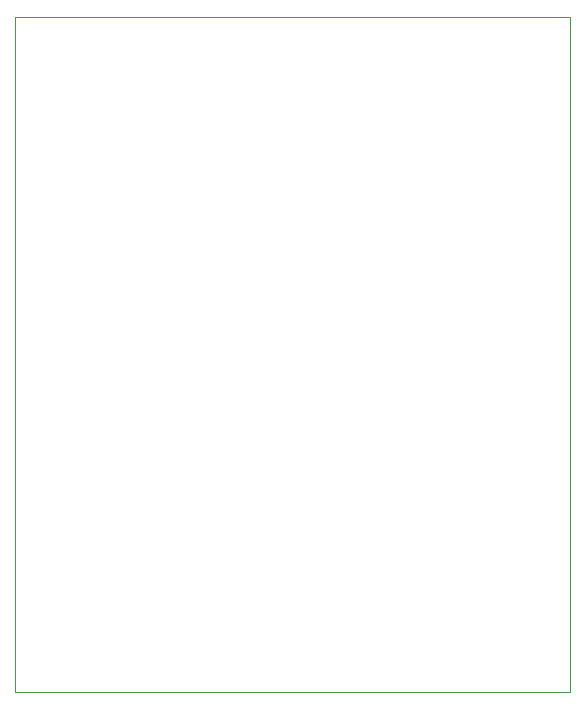
<source format=gm1>
G04 #@! TF.FileFunction,Profile,NP*
%FSLAX46Y46*%
G04 Gerber Fmt 4.6, Leading zero omitted, Abs format (unit mm)*
G04 Created by KiCad (PCBNEW 4.0.7) date Tuesday, February 20, 2018 'PMt' 03:02:02 PM*
%MOMM*%
%LPD*%
G01*
G04 APERTURE LIST*
%ADD10C,0.100000*%
G04 APERTURE END LIST*
D10*
X129540000Y-72390000D02*
X129540000Y-71120000D01*
X129540000Y-72390000D02*
X129540000Y-128270000D01*
X82550000Y-128270000D02*
X82550000Y-71120000D01*
X129540000Y-71120000D02*
X82550000Y-71120000D01*
X82550000Y-128270000D02*
X129540000Y-128270000D01*
M02*

</source>
